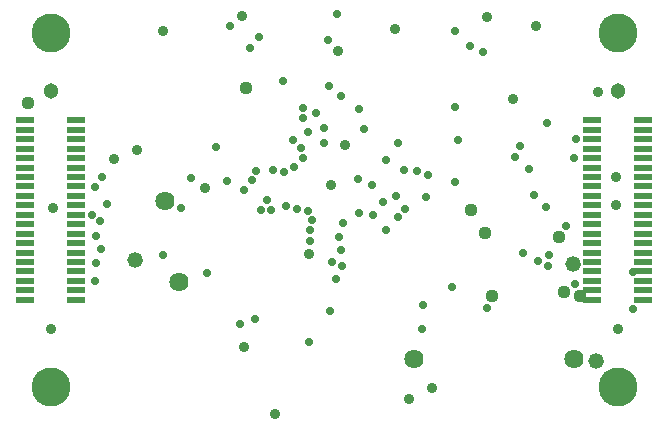
<source format=gbr>
G04*
G04 #@! TF.GenerationSoftware,Altium Limited,Altium Designer,24.0.1 (36)*
G04*
G04 Layer_Color=16711935*
%FSLAX25Y25*%
%MOIN*%
G70*
G04*
G04 #@! TF.SameCoordinates,BD3E70BB-0697-4B71-9AF7-6C14A59E7EE9*
G04*
G04*
G04 #@! TF.FilePolarity,Negative*
G04*
G01*
G75*
%ADD74C,0.12998*%
%ADD75C,0.03600*%
%ADD76C,0.02800*%
%ADD77C,0.04400*%
%ADD78C,0.05200*%
%ADD79C,0.06400*%
%ADD80C,0.05124*%
%ADD81C,0.03550*%
%ADD114R,0.06306X0.02368*%
D74*
X204724Y15748D02*
D03*
Y133858D02*
D03*
X15748D02*
D03*
Y15748D02*
D03*
D75*
X111400Y127700D02*
D03*
X204100Y76500D02*
D03*
X113900Y96615D02*
D03*
X101721Y60079D02*
D03*
X79600Y139400D02*
D03*
X177500Y136200D02*
D03*
X90500Y6700D02*
D03*
X135000Y11700D02*
D03*
X198200Y114100D02*
D03*
X169700Y111700D02*
D03*
X67100Y82300D02*
D03*
X44400Y94700D02*
D03*
X36700Y91800D02*
D03*
X161100Y139300D02*
D03*
X53200Y134600D02*
D03*
X130300Y135200D02*
D03*
X16400Y75600D02*
D03*
X204000Y85700D02*
D03*
X142800Y15600D02*
D03*
X80200Y29300D02*
D03*
X109042Y83200D02*
D03*
D76*
X108000Y131400D02*
D03*
X85222Y132378D02*
D03*
X74330Y84595D02*
D03*
X84222Y87822D02*
D03*
X70861Y95701D02*
D03*
X82819Y84677D02*
D03*
X173087Y60513D02*
D03*
X180861Y75739D02*
D03*
X187318Y69408D02*
D03*
X181691Y59917D02*
D03*
X181468Y56088D02*
D03*
X178056Y57844D02*
D03*
X190500Y50077D02*
D03*
X139500Y35100D02*
D03*
X149500Y49300D02*
D03*
X172108Y96092D02*
D03*
X170500Y92400D02*
D03*
X161200Y42177D02*
D03*
X175000Y88400D02*
D03*
X106830Y97170D02*
D03*
X102192Y68055D02*
D03*
X102800Y71400D02*
D03*
X102046Y64554D02*
D03*
X101300Y74600D02*
D03*
X97800Y75000D02*
D03*
X89161Y74938D02*
D03*
X94000Y76100D02*
D03*
X87800Y78189D02*
D03*
X85752Y74848D02*
D03*
X99086Y95513D02*
D03*
X99890Y92210D02*
D03*
X96400Y98100D02*
D03*
X96757Y89076D02*
D03*
X93500Y87500D02*
D03*
X89900Y88100D02*
D03*
X150500Y134500D02*
D03*
X139700Y43200D02*
D03*
X78900Y36700D02*
D03*
X83900Y38600D02*
D03*
X53008Y59808D02*
D03*
X67700Y53900D02*
D03*
X131530Y97111D02*
D03*
X127400Y91600D02*
D03*
X133703Y75160D02*
D03*
X131415Y72645D02*
D03*
X104200Y107100D02*
D03*
X140914Y79300D02*
D03*
X118586Y108514D02*
D03*
X119972Y101685D02*
D03*
X151600Y98000D02*
D03*
X150347Y108997D02*
D03*
X137700Y87727D02*
D03*
X133527Y88173D02*
D03*
X141298Y86343D02*
D03*
X181100Y103800D02*
D03*
X209773Y54307D02*
D03*
X159900Y127600D02*
D03*
X93000Y117800D02*
D03*
X59000Y75600D02*
D03*
X110957Y140000D02*
D03*
X112764Y56200D02*
D03*
X109600Y57600D02*
D03*
X30514Y51108D02*
D03*
X99900Y108900D02*
D03*
X99739Y105438D02*
D03*
X150500Y84000D02*
D03*
X75400Y136300D02*
D03*
X112400Y61400D02*
D03*
X127500Y68100D02*
D03*
X123200Y73000D02*
D03*
X126400Y77400D02*
D03*
X130800Y79400D02*
D03*
X62521Y85500D02*
D03*
X34500Y76700D02*
D03*
X32800Y85700D02*
D03*
X82000Y128900D02*
D03*
X101800Y30900D02*
D03*
X108900Y41000D02*
D03*
X110735Y51935D02*
D03*
X113000Y70500D02*
D03*
X111900Y65900D02*
D03*
X108500Y116000D02*
D03*
X112527Y112673D02*
D03*
X122800Y83200D02*
D03*
X118200Y85000D02*
D03*
X176800Y79800D02*
D03*
X190200Y92200D02*
D03*
X190672Y98400D02*
D03*
X155500Y129500D02*
D03*
X101600Y100800D02*
D03*
X106800Y102300D02*
D03*
X80106Y81406D02*
D03*
X118500Y73800D02*
D03*
X209773Y41756D02*
D03*
X30300Y82400D02*
D03*
X32612Y61788D02*
D03*
X32001Y71099D02*
D03*
X30797Y57202D02*
D03*
Y66218D02*
D03*
X29350Y73228D02*
D03*
D77*
X184983Y65917D02*
D03*
X162917Y46100D02*
D03*
X155700Y74772D02*
D03*
X192104Y46195D02*
D03*
X186700Y47500D02*
D03*
X160505Y67200D02*
D03*
X80728Y115615D02*
D03*
X8000Y110400D02*
D03*
D78*
X197300Y24600D02*
D03*
X189868Y56877D02*
D03*
X43800Y58000D02*
D03*
D79*
X58600Y50900D02*
D03*
X53900Y77800D02*
D03*
X190200Y25000D02*
D03*
X136894Y25290D02*
D03*
D80*
X204724Y114567D02*
D03*
X15748D02*
D03*
D81*
X204724Y35039D02*
D03*
X15748D02*
D03*
D114*
X213228Y44882D02*
D03*
Y48031D02*
D03*
Y51181D02*
D03*
Y54331D02*
D03*
Y57480D02*
D03*
Y60630D02*
D03*
Y63779D02*
D03*
Y66929D02*
D03*
Y70079D02*
D03*
Y73228D02*
D03*
Y76378D02*
D03*
Y79528D02*
D03*
Y82677D02*
D03*
Y85827D02*
D03*
Y88976D02*
D03*
Y92126D02*
D03*
Y95276D02*
D03*
Y98425D02*
D03*
Y101575D02*
D03*
Y104724D02*
D03*
X196221Y44882D02*
D03*
Y48031D02*
D03*
Y51181D02*
D03*
Y54331D02*
D03*
Y57480D02*
D03*
Y60630D02*
D03*
Y63779D02*
D03*
Y66929D02*
D03*
Y70079D02*
D03*
Y73228D02*
D03*
Y76378D02*
D03*
Y79528D02*
D03*
Y82677D02*
D03*
Y85827D02*
D03*
Y88976D02*
D03*
Y92126D02*
D03*
Y95276D02*
D03*
Y98425D02*
D03*
Y101575D02*
D03*
Y104724D02*
D03*
X7244D02*
D03*
Y101575D02*
D03*
Y98425D02*
D03*
Y95276D02*
D03*
Y92126D02*
D03*
Y88976D02*
D03*
Y85827D02*
D03*
Y82677D02*
D03*
Y79528D02*
D03*
Y76378D02*
D03*
Y73228D02*
D03*
Y70079D02*
D03*
Y66929D02*
D03*
Y63779D02*
D03*
Y60630D02*
D03*
Y57480D02*
D03*
Y54331D02*
D03*
Y51181D02*
D03*
Y48031D02*
D03*
Y44882D02*
D03*
X24252Y104724D02*
D03*
Y101575D02*
D03*
Y98425D02*
D03*
Y95276D02*
D03*
Y92126D02*
D03*
Y88976D02*
D03*
Y85827D02*
D03*
Y82677D02*
D03*
Y79528D02*
D03*
Y76378D02*
D03*
Y73228D02*
D03*
Y70079D02*
D03*
Y66929D02*
D03*
Y63779D02*
D03*
Y60630D02*
D03*
Y57480D02*
D03*
Y54331D02*
D03*
Y51181D02*
D03*
Y48031D02*
D03*
Y44882D02*
D03*
M02*

</source>
